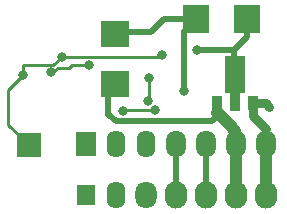
<source format=gbr>
%TF.GenerationSoftware,KiCad,Pcbnew,7.0.8*%
%TF.CreationDate,2024-02-04T18:47:10+02:00*%
%TF.ProjectId,QL_MDV_Control,514c5f4d-4456-45f4-936f-6e74726f6c2e,rev?*%
%TF.SameCoordinates,PX62a23e8PY5bc46e8*%
%TF.FileFunction,Copper,L2,Bot*%
%TF.FilePolarity,Positive*%
%FSLAX46Y46*%
G04 Gerber Fmt 4.6, Leading zero omitted, Abs format (unit mm)*
G04 Created by KiCad (PCBNEW 7.0.8) date 2024-02-04 18:47:10*
%MOMM*%
%LPD*%
G01*
G04 APERTURE LIST*
G04 Aperture macros list*
%AMFreePoly0*
4,1,9,3.862500,-0.866500,0.737500,-0.866500,0.737500,-0.450000,-0.737500,-0.450000,-0.737500,0.450000,0.737500,0.450000,0.737500,0.866500,3.862500,0.866500,3.862500,-0.866500,3.862500,-0.866500,$1*%
G04 Aperture macros list end*
%TA.AperFunction,ComponentPad*%
%ADD10R,2.000000X2.000000*%
%TD*%
%TA.AperFunction,ComponentPad*%
%ADD11R,1.600000X1.800000*%
%TD*%
%TA.AperFunction,ComponentPad*%
%ADD12O,1.600000X2.300000*%
%TD*%
%TA.AperFunction,ComponentPad*%
%ADD13O,1.800000X2.300000*%
%TD*%
%TA.AperFunction,ComponentPad*%
%ADD14O,1.900000X2.300000*%
%TD*%
%TA.AperFunction,ComponentPad*%
%ADD15R,1.700000X2.000000*%
%TD*%
%TA.AperFunction,ComponentPad*%
%ADD16O,1.700000X2.300000*%
%TD*%
%TA.AperFunction,SMDPad,CuDef*%
%ADD17R,2.260600X2.413000*%
%TD*%
%TA.AperFunction,SMDPad,CuDef*%
%ADD18R,0.900000X1.300000*%
%TD*%
%TA.AperFunction,SMDPad,CuDef*%
%ADD19FreePoly0,90.000000*%
%TD*%
%TA.AperFunction,SMDPad,CuDef*%
%ADD20R,2.413000X2.260600*%
%TD*%
%TA.AperFunction,ViaPad*%
%ADD21C,0.800000*%
%TD*%
%TA.AperFunction,Conductor*%
%ADD22C,0.500000*%
%TD*%
%TA.AperFunction,Conductor*%
%ADD23C,0.250000*%
%TD*%
%TA.AperFunction,Conductor*%
%ADD24C,1.000000*%
%TD*%
%TA.AperFunction,Conductor*%
%ADD25C,0.800000*%
%TD*%
G04 APERTURE END LIST*
D10*
%TO.P,J2,1,Pin_1*%
%TO.N,Net-(J2-Pin_1)*%
X2950000Y-13950000D03*
%TD*%
D11*
%TO.P,J2-TOQL1,1,Pin_1*%
%TO.N,Net-(J2-TOQL1-Pin_1)*%
X7790000Y-18175000D03*
D12*
%TO.P,J2-TOQL1,2,Pin_2*%
%TO.N,Net-(J2-TOQL1-Pin_2)*%
X10330000Y-18175000D03*
D13*
%TO.P,J2-TOQL1,3,Pin_3*%
%TO.N,Net-(J2-TOQL1-Pin_3)*%
X12870000Y-18175000D03*
D14*
%TO.P,J2-TOQL1,4,Pin_4*%
%TO.N,Net-(J1-TOMDV1-Pin_4)*%
X15410000Y-18175000D03*
%TO.P,J2-TOQL1,5,Pin_5*%
%TO.N,Net-(J1-TOMDV1-Pin_5)*%
X17950000Y-18175000D03*
%TO.P,J2-TOQL1,6,Pin_6*%
%TO.N,Net-(J1-TOMDV1-Pin_6)*%
X20490000Y-18175000D03*
%TO.P,J2-TOQL1,7,Pin_7*%
%TO.N,Net-(J1-TOMDV1-Pin_7)*%
X23030000Y-18175000D03*
%TD*%
D15*
%TO.P,J1-TOMDV1,1,Pin_1*%
%TO.N,Net-(J1-TOMDV1-Pin_1)*%
X7795000Y-13800000D03*
D12*
%TO.P,J1-TOMDV1,2,Pin_2*%
%TO.N,Net-(J1-TOMDV1-Pin_2)*%
X10335000Y-13800000D03*
%TO.P,J1-TOMDV1,3,Pin_3*%
%TO.N,Net-(J1-TOMDV1-Pin_3)*%
X12875000Y-13800000D03*
D16*
%TO.P,J1-TOMDV1,4,Pin_4*%
%TO.N,Net-(J1-TOMDV1-Pin_4)*%
X15415000Y-13800000D03*
%TO.P,J1-TOMDV1,5,Pin_5*%
%TO.N,Net-(J1-TOMDV1-Pin_5)*%
X17955000Y-13800000D03*
%TO.P,J1-TOMDV1,6,Pin_6*%
%TO.N,Net-(J1-TOMDV1-Pin_6)*%
X20495000Y-13800000D03*
%TO.P,J1-TOMDV1,7,Pin_7*%
%TO.N,Net-(J1-TOMDV1-Pin_7)*%
X23035000Y-13800000D03*
%TD*%
D17*
%TO.P,C2,1*%
%TO.N,Net-(U1G-VCC)*%
X21408600Y-3225000D03*
%TO.P,C2,2*%
%TO.N,Net-(J1-TOMDV1-Pin_7)*%
X17141400Y-3225000D03*
%TD*%
D18*
%TO.P,U3,1,GND*%
%TO.N,Net-(J1-TOMDV1-Pin_7)*%
X21927500Y-10362500D03*
D19*
%TO.P,U3,2,VO*%
%TO.N,Net-(U1G-VCC)*%
X20427500Y-10275000D03*
D18*
%TO.P,U3,3,VI*%
%TO.N,Net-(J1-TOMDV1-Pin_6)*%
X18927500Y-10362500D03*
%TD*%
D20*
%TO.P,C1,1*%
%TO.N,Net-(J1-TOMDV1-Pin_6)*%
X10250000Y-8767200D03*
%TO.P,C1,2*%
%TO.N,Net-(J1-TOMDV1-Pin_7)*%
X10250000Y-4500000D03*
%TD*%
D21*
%TO.N,Net-(J1-TOMDV1-Pin_2)*%
X13625000Y-10975000D03*
X10925000Y-11000000D03*
%TO.N,Net-(J1-TOMDV1-Pin_3)*%
X13025000Y-10150000D03*
X13152500Y-8262500D03*
%TO.N,Net-(J1-TOMDV1-Pin_7)*%
X23302500Y-10662500D03*
X16125000Y-9312500D03*
%TO.N,Net-(J2-Pin_1)*%
X5727500Y-6437500D03*
X14277500Y-6337500D03*
X2452500Y-8000000D03*
%TO.N,Net-(U1-Pad2)*%
X4850000Y-7750000D03*
X8077500Y-7162000D03*
%TO.N,Net-(U1G-VCC)*%
X17202500Y-5837500D03*
%TD*%
D22*
%TO.N,Net-(J1-TOMDV1-Pin_1)*%
X7795000Y-13800000D02*
X7795000Y-13330000D01*
D23*
%TO.N,Net-(J1-TOMDV1-Pin_2)*%
X10937500Y-10975000D02*
X13612500Y-10975000D01*
%TO.N,Net-(J1-TOMDV1-Pin_3)*%
X13152500Y-8262500D02*
X13152500Y-10022500D01*
X13152500Y-10022500D02*
X13025000Y-10150000D01*
X13077500Y-8337500D02*
X13152500Y-8262500D01*
D22*
%TO.N,Net-(J1-TOMDV1-Pin_4)*%
X15420000Y-13500000D02*
X15420000Y-18165000D01*
X15420000Y-18165000D02*
X15410000Y-18175000D01*
%TO.N,Net-(J1-TOMDV1-Pin_5)*%
X17960000Y-13500000D02*
X17960000Y-18165000D01*
X17960000Y-18165000D02*
X17950000Y-18175000D01*
%TO.N,Net-(J1-TOMDV1-Pin_6)*%
X10300000Y-11925000D02*
X18475000Y-11925000D01*
X20500000Y-18165000D02*
X20490000Y-18175000D01*
X19800000Y-12050000D02*
X20000000Y-12050000D01*
X20495000Y-13800000D02*
X20495000Y-12545000D01*
D24*
X18925000Y-11175000D02*
X19075000Y-11325000D01*
X19075000Y-11325000D02*
X19275000Y-11525000D01*
D23*
X9675000Y-9342200D02*
X10250000Y-8767200D01*
D24*
X19275000Y-11525000D02*
X19800000Y-12050000D01*
D22*
X9675000Y-11350000D02*
X9725000Y-11350000D01*
D23*
X10575000Y-8617200D02*
X10200000Y-8992200D01*
X19275000Y-11525000D02*
X18950000Y-11525000D01*
D24*
X20450000Y-12750000D02*
X19955000Y-12255000D01*
D22*
X9675000Y-11350000D02*
X9675000Y-9342200D01*
X18475000Y-11925000D02*
X19075000Y-11325000D01*
X9725000Y-11350000D02*
X10300000Y-11925000D01*
D24*
X20500000Y-13500000D02*
X20500000Y-18165000D01*
D25*
%TO.N,Net-(J1-TOMDV1-Pin_7)*%
X21927500Y-11487500D02*
X21927500Y-10362500D01*
D22*
X13315305Y-4350000D02*
X14440305Y-3225000D01*
D25*
X23037500Y-12597500D02*
X21927500Y-11487500D01*
X23002500Y-10362500D02*
X23302500Y-10662500D01*
D22*
X16125000Y-4241400D02*
X16125000Y-9312500D01*
D24*
X23030000Y-18175000D02*
X23030000Y-13805000D01*
D23*
X17141400Y-3225000D02*
X16125000Y-4241400D01*
D22*
X23030000Y-13805000D02*
X23035000Y-13800000D01*
X10575000Y-4350000D02*
X13315305Y-4350000D01*
X14440305Y-3225000D02*
X17141400Y-3225000D01*
D25*
X21927500Y-10362500D02*
X23002500Y-10362500D01*
D23*
%TO.N,Net-(J2-Pin_1)*%
X5027500Y-7137500D02*
X2452500Y-7137500D01*
X1225000Y-12225000D02*
X1225000Y-9227500D01*
X5727500Y-6437500D02*
X14177500Y-6437500D01*
X14177500Y-6437500D02*
X14277500Y-6337500D01*
X5727500Y-6437500D02*
X5027500Y-7137500D01*
X1225000Y-9227500D02*
X2452500Y-8000000D01*
X2452500Y-7137500D02*
X2452500Y-8000000D01*
X2950000Y-13950000D02*
X1225000Y-12225000D01*
%TO.N,Net-(U1-Pad2)*%
X6371802Y-7368198D02*
X6578000Y-7162000D01*
X4727500Y-7862000D02*
X4939396Y-7862000D01*
X5433198Y-7368198D02*
X6371802Y-7368198D01*
X6578000Y-7162000D02*
X8077500Y-7162000D01*
X4939396Y-7862000D02*
X5433198Y-7368198D01*
D22*
%TO.N,Net-(U1G-VCC)*%
X20327500Y-10175000D02*
X20427500Y-10275000D01*
X17202500Y-5837500D02*
X20327500Y-5837500D01*
X21408600Y-4756400D02*
X20327500Y-5837500D01*
X21408600Y-3225000D02*
X21408600Y-4756400D01*
X20327500Y-5837500D02*
X20327500Y-10175000D01*
%TD*%
M02*

</source>
